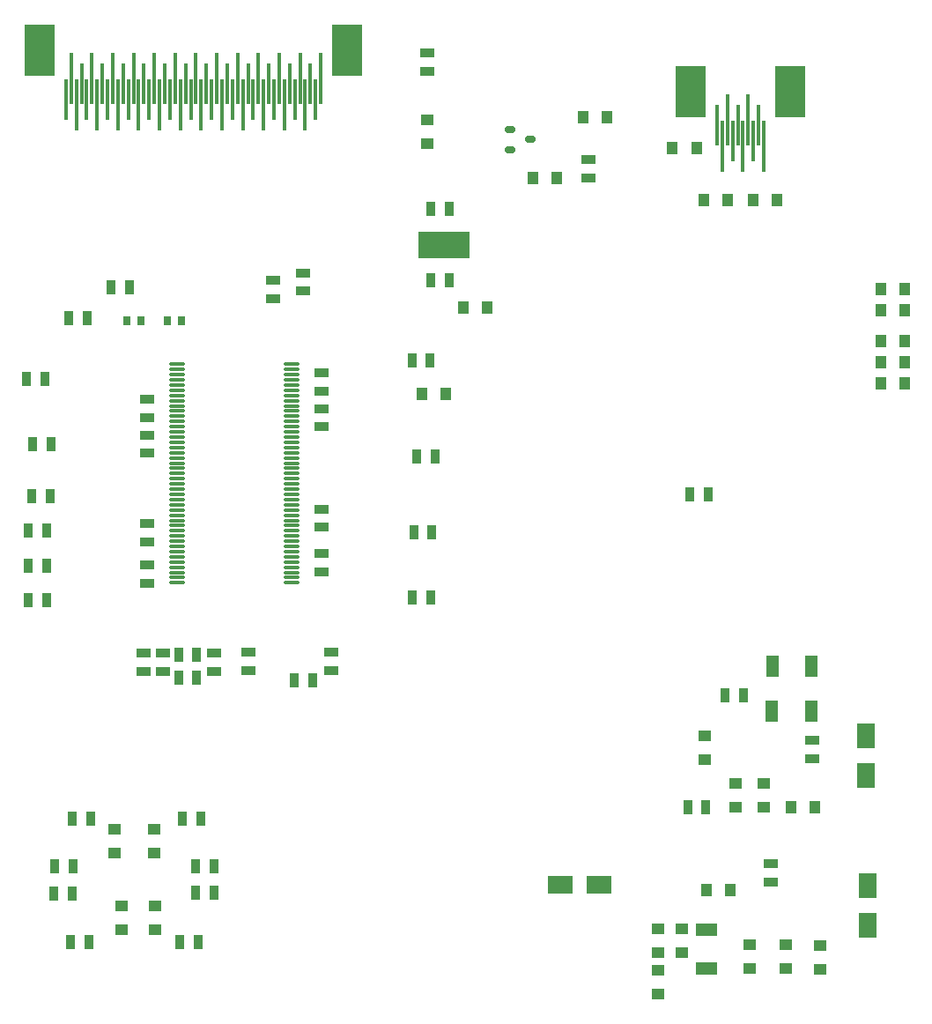
<source format=gbp>
G04 Layer_Color=128*
%FSLAX44Y44*%
%MOMM*%
G71*
G01*
G75*
%ADD10R,1.0000X1.3000*%
%ADD15R,1.3000X1.0000*%
%ADD20R,0.3000X4.0000*%
%ADD21R,0.3000X5.0000*%
%ADD22R,3.0000X5.0000*%
%ADD23R,1.4000X0.8500*%
%ADD24R,0.8500X1.4000*%
%ADD25R,1.7500X2.4000*%
G04:AMPARAMS|DCode=34|XSize=0.65mm|YSize=1mm|CornerRadius=0.1625mm|HoleSize=0mm|Usage=FLASHONLY|Rotation=90.000|XOffset=0mm|YOffset=0mm|HoleType=Round|Shape=RoundedRectangle|*
%AMROUNDEDRECTD34*
21,1,0.6500,0.6750,0,0,90.0*
21,1,0.3250,1.0000,0,0,90.0*
1,1,0.3250,0.3375,0.1625*
1,1,0.3250,0.3375,-0.1625*
1,1,0.3250,-0.3375,-0.1625*
1,1,0.3250,-0.3375,0.1625*
%
%ADD34ROUNDEDRECTD34*%
%ADD61R,0.8000X0.9000*%
%ADD62R,5.0000X2.5000*%
%ADD63R,2.4000X1.7500*%
%ADD64R,1.2500X2.0000*%
%ADD65O,1.6000X0.3000*%
%ADD66R,2.0000X1.2500*%
D10*
X1238250Y1615500D02*
D03*
X1261250D02*
D03*
X1060250Y1462250D02*
D03*
X1037250D02*
D03*
X1103750Y1587250D02*
D03*
X1126750Y1587250D02*
D03*
X1352250Y982250D02*
D03*
X1375250D02*
D03*
X1271000Y902500D02*
D03*
X1294000D02*
D03*
X1461500Y1460000D02*
D03*
X1438500D02*
D03*
Y1480000D02*
D03*
X1461500D02*
D03*
Y1410000D02*
D03*
X1438500D02*
D03*
X1461500Y1390000D02*
D03*
X1438500D02*
D03*
X1461500Y1430000D02*
D03*
X1438500D02*
D03*
X1291000Y1566000D02*
D03*
X1268000D02*
D03*
X1315750D02*
D03*
X1338750D02*
D03*
X1020500Y1379250D02*
D03*
X997500D02*
D03*
X1175000Y1645500D02*
D03*
X1152000D02*
D03*
D15*
X1224500Y802500D02*
D03*
Y825500D02*
D03*
X1247482Y865500D02*
D03*
Y842500D02*
D03*
X1224250Y865250D02*
D03*
Y842250D02*
D03*
X702250Y938250D02*
D03*
Y961250D02*
D03*
X740250D02*
D03*
Y938250D02*
D03*
X741000Y887500D02*
D03*
Y864500D02*
D03*
X708500D02*
D03*
Y887500D02*
D03*
X1379750Y826750D02*
D03*
Y849750D02*
D03*
X1299000Y1005500D02*
D03*
Y982500D02*
D03*
X1347250Y850000D02*
D03*
Y827000D02*
D03*
X1002750Y1642750D02*
D03*
Y1619750D02*
D03*
X1269000Y1051000D02*
D03*
Y1028000D02*
D03*
X1325750Y1005500D02*
D03*
Y982500D02*
D03*
X1312750Y850250D02*
D03*
Y827250D02*
D03*
D20*
X675250Y1662250D02*
D03*
X670250Y1677250D02*
D03*
X655250Y1662250D02*
D03*
X695250D02*
D03*
X690250Y1677250D02*
D03*
X710250D02*
D03*
X715250Y1662250D02*
D03*
X730250Y1677250D02*
D03*
X735250Y1662250D02*
D03*
X755250D02*
D03*
X750250Y1677250D02*
D03*
X770250D02*
D03*
X790250D02*
D03*
X775250Y1662250D02*
D03*
X795250D02*
D03*
X815250D02*
D03*
X810250Y1677250D02*
D03*
X830250D02*
D03*
X835250Y1662250D02*
D03*
X850250Y1677250D02*
D03*
X855250Y1662250D02*
D03*
X870250Y1677250D02*
D03*
X875250Y1662250D02*
D03*
X890250Y1677250D02*
D03*
X895250Y1662250D02*
D03*
X1296000Y1622500D02*
D03*
X1301000Y1637500D02*
D03*
X1316000Y1622500D02*
D03*
X1321000Y1637500D02*
D03*
X1281000D02*
D03*
D21*
X900250Y1682250D02*
D03*
X885250Y1657250D02*
D03*
X880250Y1682250D02*
D03*
X865250Y1657250D02*
D03*
X860250Y1682250D02*
D03*
X845250Y1657250D02*
D03*
X840250Y1682250D02*
D03*
X825250Y1657250D02*
D03*
X820250Y1682250D02*
D03*
X800250D02*
D03*
X805250Y1657250D02*
D03*
X785250D02*
D03*
X780250Y1682250D02*
D03*
X745250Y1657250D02*
D03*
X765250D02*
D03*
X760250Y1682250D02*
D03*
X720250D02*
D03*
X660250D02*
D03*
X665250Y1657250D02*
D03*
X680250Y1682250D02*
D03*
X685250Y1657250D02*
D03*
X705250D02*
D03*
X725250D02*
D03*
X740250Y1682250D02*
D03*
X700250D02*
D03*
X1286000Y1617500D02*
D03*
X1291000Y1642500D02*
D03*
X1306000Y1617500D02*
D03*
X1311000Y1642500D02*
D03*
X1326000Y1617500D02*
D03*
D22*
X630250Y1709750D02*
D03*
X925250D02*
D03*
X1351000Y1670000D02*
D03*
X1256000D02*
D03*
D23*
X910000Y1113500D02*
D03*
Y1131000D02*
D03*
X1157500Y1587250D02*
D03*
Y1604750D02*
D03*
X1002750Y1707000D02*
D03*
X1002750Y1689500D02*
D03*
X1333000Y928000D02*
D03*
Y910500D02*
D03*
X1372250Y1029000D02*
D03*
Y1046500D02*
D03*
X831000Y1131250D02*
D03*
Y1113750D02*
D03*
X797500Y1130250D02*
D03*
Y1112750D02*
D03*
X748250Y1130250D02*
D03*
Y1112750D02*
D03*
X730000D02*
D03*
Y1130250D02*
D03*
X854000Y1471250D02*
D03*
X854000Y1488750D02*
D03*
X883500Y1495750D02*
D03*
Y1478250D02*
D03*
X901221Y1208431D02*
D03*
X901221Y1225931D02*
D03*
X901191Y1347750D02*
D03*
X901191Y1365250D02*
D03*
X901309Y1382181D02*
D03*
X901309Y1399681D02*
D03*
X732971Y1215181D02*
D03*
X732971Y1197681D02*
D03*
X733221Y1356431D02*
D03*
X733221Y1373931D02*
D03*
X733000Y1340000D02*
D03*
X733000Y1322500D02*
D03*
X900721Y1268931D02*
D03*
X900721Y1251431D02*
D03*
X732971Y1237431D02*
D03*
Y1254931D02*
D03*
D24*
X785000Y971250D02*
D03*
X767500D02*
D03*
X660000Y852500D02*
D03*
X677500D02*
D03*
X661000Y899285D02*
D03*
X643500D02*
D03*
X662250Y925500D02*
D03*
X644750D02*
D03*
X763500Y1128465D02*
D03*
X781000D02*
D03*
X763500Y1107000D02*
D03*
X781000D02*
D03*
X639750Y1281500D02*
D03*
X622250Y1281500D02*
D03*
X797500Y925500D02*
D03*
X780000D02*
D03*
X797250Y900250D02*
D03*
X779750D02*
D03*
X764750Y852500D02*
D03*
X782250D02*
D03*
X1270250Y982500D02*
D03*
X1252750D02*
D03*
X1306250Y1089750D02*
D03*
X1288750D02*
D03*
X1023750Y1557000D02*
D03*
X1006250D02*
D03*
X1023750Y1489000D02*
D03*
X1006250D02*
D03*
X987750Y1411500D02*
D03*
X1005250D02*
D03*
X992750Y1319250D02*
D03*
X1010250D02*
D03*
X989500Y1246250D02*
D03*
X1007000D02*
D03*
X988250Y1183750D02*
D03*
X1005750D02*
D03*
X619000Y1181500D02*
D03*
X636500D02*
D03*
X636750Y1214750D02*
D03*
X619250D02*
D03*
X641000Y1331500D02*
D03*
X623500D02*
D03*
X635000Y1394000D02*
D03*
X617500Y1394000D02*
D03*
X675500Y1452250D02*
D03*
X658000D02*
D03*
X716250Y1481750D02*
D03*
X698750D02*
D03*
X1254750Y1283250D02*
D03*
X1272250D02*
D03*
X892500Y1104250D02*
D03*
X875000D02*
D03*
X619250Y1248250D02*
D03*
X636750D02*
D03*
X661250Y971000D02*
D03*
X678750D02*
D03*
D25*
X1424000Y1013000D02*
D03*
Y1051000D02*
D03*
X1426000Y869250D02*
D03*
Y907250D02*
D03*
D34*
X1082000Y1614250D02*
D03*
Y1633250D02*
D03*
X1102000Y1623750D02*
D03*
D61*
X727250Y1449750D02*
D03*
X714250D02*
D03*
X753000Y1450000D02*
D03*
X766000D02*
D03*
D62*
X1018250Y1522750D02*
D03*
D63*
X1168000Y907812D02*
D03*
X1130000D02*
D03*
D64*
X1371500Y1075000D02*
D03*
X1334000D02*
D03*
X1334250Y1117750D02*
D03*
X1371750D02*
D03*
D65*
X762471Y1197931D02*
D03*
Y1202931D02*
D03*
Y1207931D02*
D03*
Y1212931D02*
D03*
Y1217931D02*
D03*
Y1222931D02*
D03*
Y1227931D02*
D03*
Y1232931D02*
D03*
Y1237931D02*
D03*
Y1242931D02*
D03*
Y1247931D02*
D03*
Y1252931D02*
D03*
Y1257931D02*
D03*
Y1262931D02*
D03*
Y1267931D02*
D03*
Y1272931D02*
D03*
Y1277931D02*
D03*
Y1282931D02*
D03*
Y1287931D02*
D03*
Y1292931D02*
D03*
Y1297931D02*
D03*
Y1302931D02*
D03*
Y1307931D02*
D03*
Y1312931D02*
D03*
Y1317931D02*
D03*
Y1322931D02*
D03*
Y1327931D02*
D03*
Y1332931D02*
D03*
Y1337931D02*
D03*
Y1342931D02*
D03*
Y1347931D02*
D03*
Y1352931D02*
D03*
Y1357931D02*
D03*
Y1362931D02*
D03*
Y1367931D02*
D03*
Y1372931D02*
D03*
Y1377931D02*
D03*
Y1382931D02*
D03*
Y1387931D02*
D03*
Y1392931D02*
D03*
Y1397931D02*
D03*
Y1402931D02*
D03*
Y1407931D02*
D03*
X872471Y1197931D02*
D03*
Y1202931D02*
D03*
Y1207931D02*
D03*
Y1212931D02*
D03*
Y1217931D02*
D03*
Y1222931D02*
D03*
Y1227931D02*
D03*
Y1232931D02*
D03*
Y1237931D02*
D03*
Y1242931D02*
D03*
Y1247931D02*
D03*
Y1252931D02*
D03*
Y1257931D02*
D03*
Y1262931D02*
D03*
Y1267931D02*
D03*
Y1272931D02*
D03*
Y1277931D02*
D03*
Y1282931D02*
D03*
Y1287931D02*
D03*
Y1292931D02*
D03*
Y1297931D02*
D03*
Y1302931D02*
D03*
Y1307931D02*
D03*
Y1312931D02*
D03*
Y1317931D02*
D03*
Y1322931D02*
D03*
Y1327931D02*
D03*
Y1332931D02*
D03*
Y1337931D02*
D03*
Y1342931D02*
D03*
Y1347931D02*
D03*
Y1352931D02*
D03*
Y1357931D02*
D03*
Y1362931D02*
D03*
Y1367931D02*
D03*
Y1372931D02*
D03*
Y1377931D02*
D03*
Y1382931D02*
D03*
Y1387931D02*
D03*
Y1392931D02*
D03*
Y1397931D02*
D03*
Y1402931D02*
D03*
Y1407931D02*
D03*
D66*
X1271000Y865000D02*
D03*
Y827500D02*
D03*
M02*

</source>
